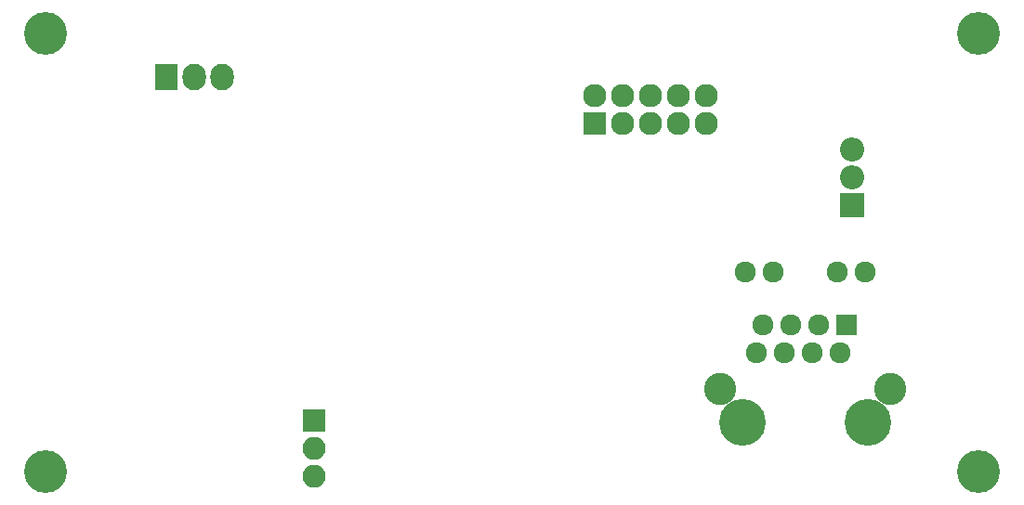
<source format=gbr>
G04 #@! TF.FileFunction,Soldermask,Bot*
%FSLAX46Y46*%
G04 Gerber Fmt 4.6, Leading zero omitted, Abs format (unit mm)*
G04 Created by KiCad (PCBNEW 4.0.6) date 08/10/17 23:44:08*
%MOMM*%
%LPD*%
G01*
G04 APERTURE LIST*
%ADD10C,0.100000*%
%ADD11C,3.900000*%
%ADD12R,2.127200X2.432000*%
%ADD13O,2.127200X2.432000*%
%ADD14R,2.200000X2.200000*%
%ADD15O,2.200000X2.200000*%
%ADD16R,2.100000X2.100000*%
%ADD17O,2.100000X2.100000*%
%ADD18R,2.127200X2.127200*%
%ADD19O,2.127200X2.127200*%
%ADD20C,4.250000*%
%ADD21C,1.920000*%
%ADD22C,2.940000*%
%ADD23R,1.920000X1.920000*%
G04 APERTURE END LIST*
D10*
D11*
X178000000Y-54000000D03*
X178000000Y-94000000D03*
X93000000Y-94000000D03*
D12*
X103970000Y-58030000D03*
D13*
X106510000Y-58030000D03*
X109050000Y-58030000D03*
D14*
X166470000Y-69680000D03*
D15*
X166470000Y-67140000D03*
X166470000Y-64600000D03*
D16*
X117449600Y-89306400D03*
D17*
X117449600Y-91846400D03*
X117449600Y-94386400D03*
D18*
X143000000Y-62230000D03*
D19*
X143000000Y-59690000D03*
X145540000Y-62230000D03*
X145540000Y-59690000D03*
X148080000Y-62230000D03*
X148080000Y-59690000D03*
X150620000Y-62230000D03*
X150620000Y-59690000D03*
X153160000Y-62230000D03*
X153160000Y-59690000D03*
D20*
X167890000Y-89520000D03*
X156450000Y-89520000D03*
D21*
X157720000Y-83170000D03*
X158360000Y-80630000D03*
X160270000Y-83170000D03*
X160900000Y-80630000D03*
X162810000Y-83170000D03*
X163440000Y-80630000D03*
X165340000Y-83170000D03*
D22*
X169920000Y-86470000D03*
X154420000Y-86470000D03*
D21*
X159250000Y-75800000D03*
X165090000Y-75800000D03*
X156710000Y-75800000D03*
X167630000Y-75800000D03*
D23*
X165980000Y-80630000D03*
D11*
X93000000Y-54000000D03*
M02*

</source>
